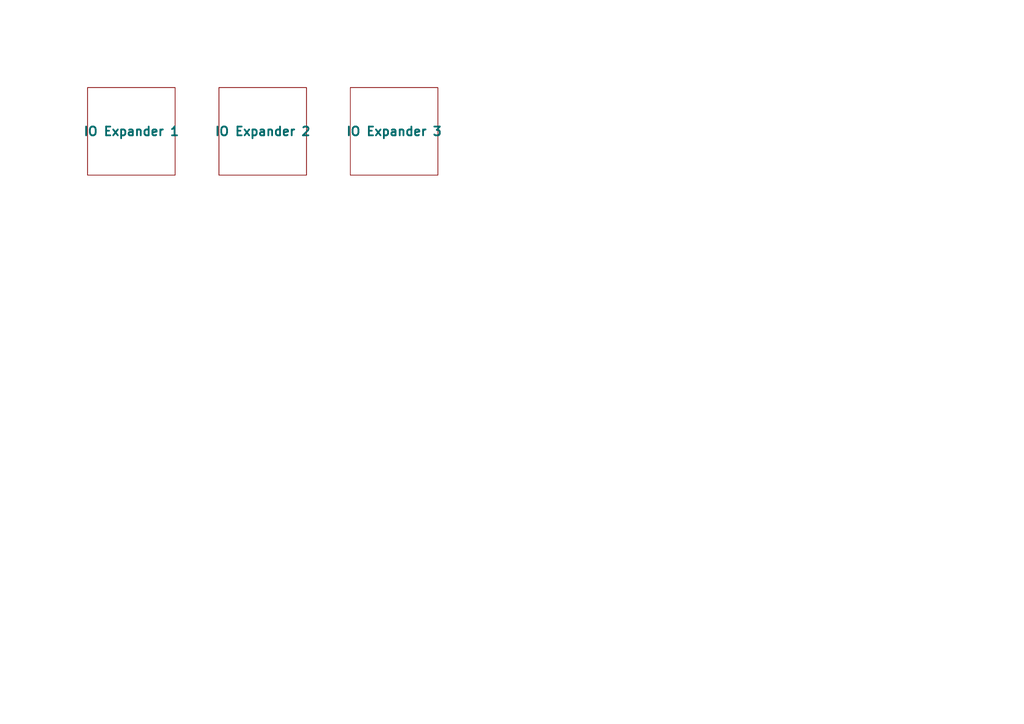
<source format=kicad_sch>
(kicad_sch (version 20230121) (generator eeschema)
  (paper "A4")
  (lib_symbols)
  (sheet (at 101.6 25.4) (size 25.4 25.4) (stroke (width 0.1524))
    (property "Sheetname" "IO Expander 3" (at 114.3 38.1 0) (effects (font (size 2.54 2.54) bold)))
    (property "Sheetfile" "expander.kicad_sch" (effects hide))
  )
  (sheet (at 25.4 25.4) (size 25.4 25.4) (stroke (width 0.1524))
    (property "Sheetname" "IO Expander 1" (at 38.1 38.1 0) (effects (font (size 2.54 2.54) bold)))
    (property "Sheetfile" "expander.kicad_sch" (effects hide))
  )
  (sheet (at 63.5 25.4) (size 25.4 25.4) (stroke (width 0.1524))
    (property "Sheetname" "IO Expander 2" (at 76.2 38.1 0) (effects (font (size 2.54 2.54) bold)))
    (property "Sheetfile" "expander.kicad_sch" (effects hide))
  )
)
</source>
